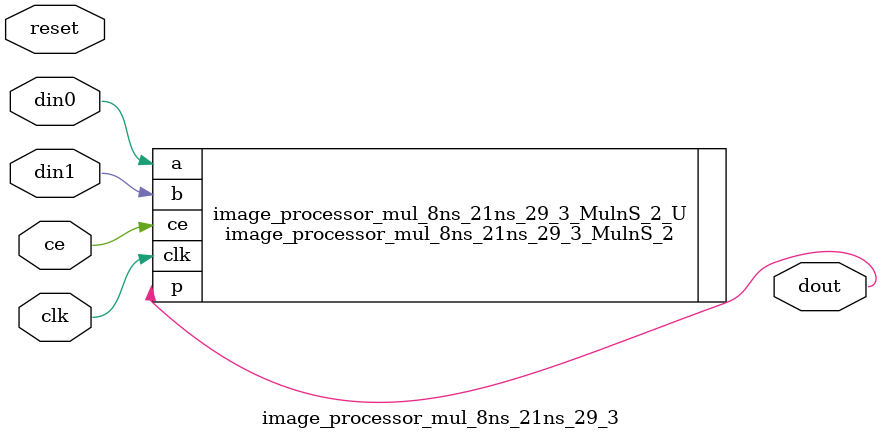
<source format=v>

`timescale 1 ns / 1 ps
module image_processor_mul_8ns_21ns_29_3(
    clk,
    reset,
    ce,
    din0,
    din1,
    dout);

parameter ID = 32'd1;
parameter NUM_STAGE = 32'd1;
parameter din0_WIDTH = 32'd1;
parameter din1_WIDTH = 32'd1;
parameter dout_WIDTH = 32'd1;
input clk;
input reset;
input ce;
input[din0_WIDTH - 1:0] din0;
input[din1_WIDTH - 1:0] din1;
output[dout_WIDTH - 1:0] dout;




image_processor_mul_8ns_21ns_29_3_MulnS_2 image_processor_mul_8ns_21ns_29_3_MulnS_2_U(
    .clk( clk ),
    .ce( ce ),
    .a( din0 ),
    .b( din1 ),
    .p( dout ));

endmodule

</source>
